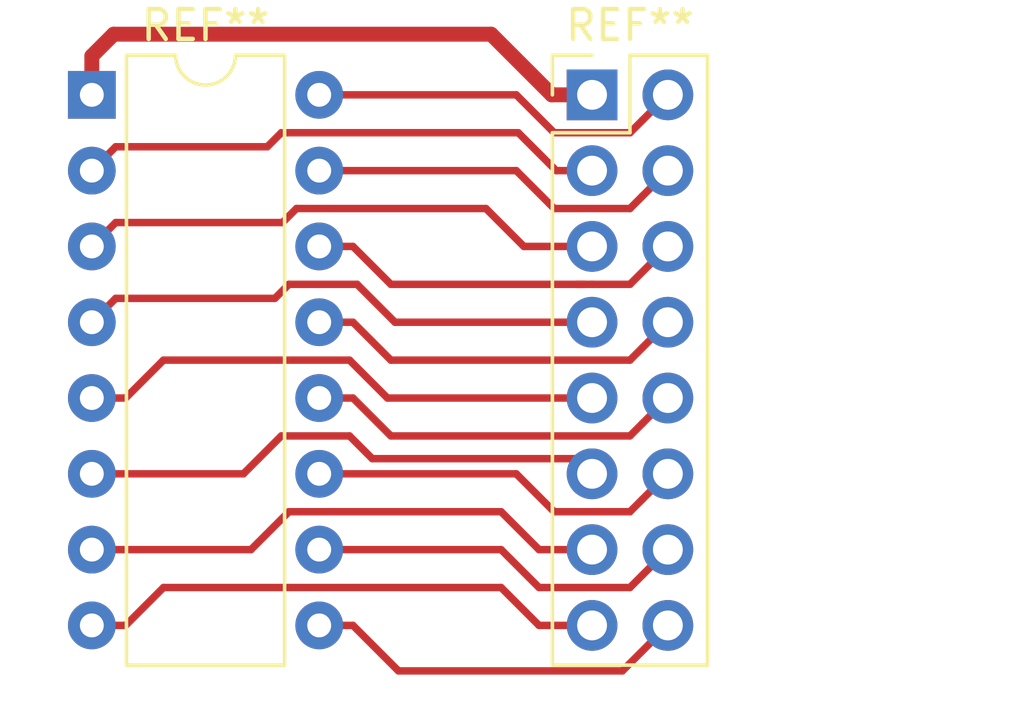
<source format=kicad_pcb>
(kicad_pcb (version 20171130) (host pcbnew 5.0.2+dfsg1-1~bpo9+1)

  (general
    (thickness 1.6)
    (drawings 0)
    (tracks 85)
    (zones 0)
    (modules 2)
    (nets 1)
  )

  (page A4)
  (layers
    (0 F.Cu signal)
    (31 B.Cu signal)
    (32 B.Adhes user)
    (33 F.Adhes user)
    (34 B.Paste user)
    (35 F.Paste user)
    (36 B.SilkS user)
    (37 F.SilkS user)
    (38 B.Mask user)
    (39 F.Mask user)
    (40 Dwgs.User user)
    (41 Cmts.User user)
    (42 Eco1.User user)
    (43 Eco2.User user)
    (44 Edge.Cuts user)
    (45 Margin user)
    (46 B.CrtYd user)
    (47 F.CrtYd user)
    (48 B.Fab user)
    (49 F.Fab user)
  )

  (setup
    (last_trace_width 0.25)
    (user_trace_width 0.5)
    (trace_clearance 0.2)
    (zone_clearance 0.508)
    (zone_45_only no)
    (trace_min 0.2)
    (segment_width 0.2)
    (edge_width 0.15)
    (via_size 0.8)
    (via_drill 0.4)
    (via_min_size 0.4)
    (via_min_drill 0.3)
    (uvia_size 0.3)
    (uvia_drill 0.1)
    (uvias_allowed no)
    (uvia_min_size 0.2)
    (uvia_min_drill 0.1)
    (pcb_text_width 0.3)
    (pcb_text_size 1.5 1.5)
    (mod_edge_width 0.15)
    (mod_text_size 1 1)
    (mod_text_width 0.15)
    (pad_size 1.524 1.524)
    (pad_drill 0.762)
    (pad_to_mask_clearance 0.051)
    (solder_mask_min_width 0.25)
    (aux_axis_origin 0 0)
    (visible_elements FFFFFF7F)
    (pcbplotparams
      (layerselection 0x00000_7fffffff)
      (usegerberextensions false)
      (usegerberattributes false)
      (usegerberadvancedattributes false)
      (creategerberjobfile false)
      (excludeedgelayer true)
      (linewidth 0.150000)
      (plotframeref false)
      (viasonmask false)
      (mode 1)
      (useauxorigin false)
      (hpglpennumber 1)
      (hpglpenspeed 20)
      (hpglpendiameter 15.000000)
      (psnegative false)
      (psa4output false)
      (plotreference true)
      (plotvalue true)
      (plotinvisibletext false)
      (padsonsilk false)
      (subtractmaskfromsilk false)
      (outputformat 1)
      (mirror false)
      (drillshape 0)
      (scaleselection 1)
      (outputdirectory ""))
  )

  (net 0 "")

  (net_class Default "This is the default net class."
    (clearance 0.2)
    (trace_width 0.25)
    (via_dia 0.8)
    (via_drill 0.4)
    (uvia_dia 0.3)
    (uvia_drill 0.1)
  )

  (module Package_DIP:DIP-16_W7.62mm (layer F.Cu) (tedit 5A02E8C5) (tstamp 5C6CC907)
    (at 97.536 73.152)
    (descr "16-lead though-hole mounted DIP package, row spacing 7.62 mm (300 mils)")
    (tags "THT DIP DIL PDIP 2.54mm 7.62mm 300mil")
    (fp_text reference REF** (at 3.81 -2.33) (layer F.SilkS)
      (effects (font (size 1 1) (thickness 0.15)))
    )
    (fp_text value DIP-16_W7.62mm (at 3.81 20.11) (layer F.Fab)
      (effects (font (size 1 1) (thickness 0.15)))
    )
    (fp_text user %R (at 3.81 8.89) (layer F.Fab)
      (effects (font (size 1 1) (thickness 0.15)))
    )
    (fp_line (start 8.7 -1.55) (end -1.1 -1.55) (layer F.CrtYd) (width 0.05))
    (fp_line (start 8.7 19.3) (end 8.7 -1.55) (layer F.CrtYd) (width 0.05))
    (fp_line (start -1.1 19.3) (end 8.7 19.3) (layer F.CrtYd) (width 0.05))
    (fp_line (start -1.1 -1.55) (end -1.1 19.3) (layer F.CrtYd) (width 0.05))
    (fp_line (start 6.46 -1.33) (end 4.81 -1.33) (layer F.SilkS) (width 0.12))
    (fp_line (start 6.46 19.11) (end 6.46 -1.33) (layer F.SilkS) (width 0.12))
    (fp_line (start 1.16 19.11) (end 6.46 19.11) (layer F.SilkS) (width 0.12))
    (fp_line (start 1.16 -1.33) (end 1.16 19.11) (layer F.SilkS) (width 0.12))
    (fp_line (start 2.81 -1.33) (end 1.16 -1.33) (layer F.SilkS) (width 0.12))
    (fp_line (start 0.635 -0.27) (end 1.635 -1.27) (layer F.Fab) (width 0.1))
    (fp_line (start 0.635 19.05) (end 0.635 -0.27) (layer F.Fab) (width 0.1))
    (fp_line (start 6.985 19.05) (end 0.635 19.05) (layer F.Fab) (width 0.1))
    (fp_line (start 6.985 -1.27) (end 6.985 19.05) (layer F.Fab) (width 0.1))
    (fp_line (start 1.635 -1.27) (end 6.985 -1.27) (layer F.Fab) (width 0.1))
    (fp_arc (start 3.81 -1.33) (end 2.81 -1.33) (angle -180) (layer F.SilkS) (width 0.12))
    (pad 16 thru_hole oval (at 7.62 0) (size 1.6 1.6) (drill 0.8) (layers *.Cu *.Mask))
    (pad 8 thru_hole oval (at 0 17.78) (size 1.6 1.6) (drill 0.8) (layers *.Cu *.Mask))
    (pad 15 thru_hole oval (at 7.62 2.54) (size 1.6 1.6) (drill 0.8) (layers *.Cu *.Mask))
    (pad 7 thru_hole oval (at 0 15.24) (size 1.6 1.6) (drill 0.8) (layers *.Cu *.Mask))
    (pad 14 thru_hole oval (at 7.62 5.08) (size 1.6 1.6) (drill 0.8) (layers *.Cu *.Mask))
    (pad 6 thru_hole oval (at 0 12.7) (size 1.6 1.6) (drill 0.8) (layers *.Cu *.Mask))
    (pad 13 thru_hole oval (at 7.62 7.62) (size 1.6 1.6) (drill 0.8) (layers *.Cu *.Mask))
    (pad 5 thru_hole oval (at 0 10.16) (size 1.6 1.6) (drill 0.8) (layers *.Cu *.Mask))
    (pad 12 thru_hole oval (at 7.62 10.16) (size 1.6 1.6) (drill 0.8) (layers *.Cu *.Mask))
    (pad 4 thru_hole oval (at 0 7.62) (size 1.6 1.6) (drill 0.8) (layers *.Cu *.Mask))
    (pad 11 thru_hole oval (at 7.62 12.7) (size 1.6 1.6) (drill 0.8) (layers *.Cu *.Mask))
    (pad 3 thru_hole oval (at 0 5.08) (size 1.6 1.6) (drill 0.8) (layers *.Cu *.Mask))
    (pad 10 thru_hole oval (at 7.62 15.24) (size 1.6 1.6) (drill 0.8) (layers *.Cu *.Mask))
    (pad 2 thru_hole oval (at 0 2.54) (size 1.6 1.6) (drill 0.8) (layers *.Cu *.Mask))
    (pad 9 thru_hole oval (at 7.62 17.78) (size 1.6 1.6) (drill 0.8) (layers *.Cu *.Mask))
    (pad 1 thru_hole rect (at 0 0) (size 1.6 1.6) (drill 0.8) (layers *.Cu *.Mask))
    (model ${KISYS3DMOD}/Package_DIP.3dshapes/DIP-16_W7.62mm.wrl
      (at (xyz 0 0 0))
      (scale (xyz 1 1 1))
      (rotate (xyz 0 0 0))
    )
  )

  (module Connector_PinHeader_2.54mm:PinHeader_2x08_P2.54mm_Vertical (layer F.Cu) (tedit 59FED5CC) (tstamp 5C6CCB05)
    (at 114.3 73.152)
    (descr "Through hole straight pin header, 2x08, 2.54mm pitch, double rows")
    (tags "Through hole pin header THT 2x08 2.54mm double row")
    (fp_text reference REF** (at 1.27 -2.33) (layer F.SilkS)
      (effects (font (size 1 1) (thickness 0.15)))
    )
    (fp_text value PinHeader_2x08_P2.54mm_Vertical (at 1.27 20.11) (layer F.Fab)
      (effects (font (size 1 1) (thickness 0.15)))
    )
    (fp_text user %R (at 1.27 8.89 90) (layer F.Fab)
      (effects (font (size 1 1) (thickness 0.15)))
    )
    (fp_line (start 4.35 -1.8) (end -1.8 -1.8) (layer F.CrtYd) (width 0.05))
    (fp_line (start 4.35 19.55) (end 4.35 -1.8) (layer F.CrtYd) (width 0.05))
    (fp_line (start -1.8 19.55) (end 4.35 19.55) (layer F.CrtYd) (width 0.05))
    (fp_line (start -1.8 -1.8) (end -1.8 19.55) (layer F.CrtYd) (width 0.05))
    (fp_line (start -1.33 -1.33) (end 0 -1.33) (layer F.SilkS) (width 0.12))
    (fp_line (start -1.33 0) (end -1.33 -1.33) (layer F.SilkS) (width 0.12))
    (fp_line (start 1.27 -1.33) (end 3.87 -1.33) (layer F.SilkS) (width 0.12))
    (fp_line (start 1.27 1.27) (end 1.27 -1.33) (layer F.SilkS) (width 0.12))
    (fp_line (start -1.33 1.27) (end 1.27 1.27) (layer F.SilkS) (width 0.12))
    (fp_line (start 3.87 -1.33) (end 3.87 19.11) (layer F.SilkS) (width 0.12))
    (fp_line (start -1.33 1.27) (end -1.33 19.11) (layer F.SilkS) (width 0.12))
    (fp_line (start -1.33 19.11) (end 3.87 19.11) (layer F.SilkS) (width 0.12))
    (fp_line (start -1.27 0) (end 0 -1.27) (layer F.Fab) (width 0.1))
    (fp_line (start -1.27 19.05) (end -1.27 0) (layer F.Fab) (width 0.1))
    (fp_line (start 3.81 19.05) (end -1.27 19.05) (layer F.Fab) (width 0.1))
    (fp_line (start 3.81 -1.27) (end 3.81 19.05) (layer F.Fab) (width 0.1))
    (fp_line (start 0 -1.27) (end 3.81 -1.27) (layer F.Fab) (width 0.1))
    (pad 16 thru_hole oval (at 2.54 17.78) (size 1.7 1.7) (drill 1) (layers *.Cu *.Mask))
    (pad 15 thru_hole oval (at 0 17.78) (size 1.7 1.7) (drill 1) (layers *.Cu *.Mask))
    (pad 14 thru_hole oval (at 2.54 15.24) (size 1.7 1.7) (drill 1) (layers *.Cu *.Mask))
    (pad 13 thru_hole oval (at 0 15.24) (size 1.7 1.7) (drill 1) (layers *.Cu *.Mask))
    (pad 12 thru_hole oval (at 2.54 12.7) (size 1.7 1.7) (drill 1) (layers *.Cu *.Mask))
    (pad 11 thru_hole oval (at 0 12.7) (size 1.7 1.7) (drill 1) (layers *.Cu *.Mask))
    (pad 10 thru_hole oval (at 2.54 10.16) (size 1.7 1.7) (drill 1) (layers *.Cu *.Mask))
    (pad 9 thru_hole oval (at 0 10.16) (size 1.7 1.7) (drill 1) (layers *.Cu *.Mask))
    (pad 8 thru_hole oval (at 2.54 7.62) (size 1.7 1.7) (drill 1) (layers *.Cu *.Mask))
    (pad 7 thru_hole oval (at 0 7.62) (size 1.7 1.7) (drill 1) (layers *.Cu *.Mask))
    (pad 6 thru_hole oval (at 2.54 5.08) (size 1.7 1.7) (drill 1) (layers *.Cu *.Mask))
    (pad 5 thru_hole oval (at 0 5.08) (size 1.7 1.7) (drill 1) (layers *.Cu *.Mask))
    (pad 4 thru_hole oval (at 2.54 2.54) (size 1.7 1.7) (drill 1) (layers *.Cu *.Mask))
    (pad 3 thru_hole oval (at 0 2.54) (size 1.7 1.7) (drill 1) (layers *.Cu *.Mask))
    (pad 2 thru_hole oval (at 2.54 0) (size 1.7 1.7) (drill 1) (layers *.Cu *.Mask))
    (pad 1 thru_hole rect (at 0 0) (size 1.7 1.7) (drill 1) (layers *.Cu *.Mask))
    (model ${KISYS3DMOD}/Connector_PinHeader_2.54mm.3dshapes/PinHeader_2x08_P2.54mm_Vertical.wrl
      (at (xyz 0 0 0))
      (scale (xyz 1 1 1))
      (rotate (xyz 0 0 0))
    )
  )

  (segment (start 97.536 71.852) (end 97.536 73.152) (width 0.5) (layer F.Cu) (net 0))
  (segment (start 112.95 73.152) (end 110.918 71.12) (width 0.5) (layer F.Cu) (net 0))
  (segment (start 110.918 71.12) (end 98.268 71.12) (width 0.5) (layer F.Cu) (net 0))
  (segment (start 114.3 73.152) (end 112.95 73.152) (width 0.5) (layer F.Cu) (net 0))
  (segment (start 98.268 71.12) (end 97.536 71.852) (width 0.5) (layer F.Cu) (net 0))
  (segment (start 116.84 73.152) (end 115.990001 74.001999) (width 0.25) (layer F.Cu) (net 0))
  (segment (start 115.990001 74.001999) (end 115.57 74.422) (width 0.25) (layer F.Cu) (net 0))
  (segment (start 115.57 74.422) (end 113.03 74.422) (width 0.25) (layer F.Cu) (net 0))
  (segment (start 111.76 73.152) (end 113.03 74.422) (width 0.25) (layer F.Cu) (net 0))
  (segment (start 105.156 73.152) (end 111.76 73.152) (width 0.25) (layer F.Cu) (net 0))
  (segment (start 98.335999 74.892001) (end 97.536 75.692) (width 0.25) (layer F.Cu) (net 0))
  (segment (start 103.415999 74.892001) (end 98.335999 74.892001) (width 0.25) (layer F.Cu) (net 0))
  (segment (start 113.097919 75.692) (end 111.827919 74.422) (width 0.25) (layer F.Cu) (net 0))
  (segment (start 114.3 75.692) (end 113.097919 75.692) (width 0.25) (layer F.Cu) (net 0))
  (segment (start 103.886 74.422) (end 103.415999 74.892001) (width 0.25) (layer F.Cu) (net 0))
  (segment (start 111.827919 74.422) (end 103.886 74.422) (width 0.25) (layer F.Cu) (net 0))
  (segment (start 105.156 75.692) (end 111.76 75.692) (width 0.25) (layer F.Cu) (net 0))
  (segment (start 111.76 75.692) (end 113.03 76.962) (width 0.25) (layer F.Cu) (net 0))
  (segment (start 113.03 76.962) (end 115.57 76.962) (width 0.25) (layer F.Cu) (net 0))
  (segment (start 115.990001 76.541999) (end 116.84 75.692) (width 0.25) (layer F.Cu) (net 0))
  (segment (start 115.57 76.962) (end 115.990001 76.541999) (width 0.25) (layer F.Cu) (net 0))
  (segment (start 106.28737 78.232) (end 107.55737 79.502) (width 0.25) (layer F.Cu) (net 0))
  (segment (start 105.156 78.232) (end 106.28737 78.232) (width 0.25) (layer F.Cu) (net 0))
  (segment (start 114.3 79.502) (end 113.792 79.502) (width 0.25) (layer F.Cu) (net 0))
  (segment (start 107.55737 79.502) (end 113.792 79.502) (width 0.25) (layer F.Cu) (net 0))
  (segment (start 116.84 78.232) (end 115.57 79.502) (width 0.25) (layer F.Cu) (net 0))
  (segment (start 113.792 79.502) (end 114.046 79.502) (width 0.25) (layer F.Cu) (net 0))
  (segment (start 115.57 79.502) (end 114.3 79.502) (width 0.25) (layer F.Cu) (net 0))
  (segment (start 115.990001 81.621999) (end 116.84 80.772) (width 0.25) (layer F.Cu) (net 0))
  (segment (start 106.28737 80.772) (end 107.55737 82.042) (width 0.25) (layer F.Cu) (net 0))
  (segment (start 105.156 80.772) (end 106.28737 80.772) (width 0.25) (layer F.Cu) (net 0))
  (segment (start 107.55737 82.042) (end 115.57 82.042) (width 0.25) (layer F.Cu) (net 0))
  (segment (start 115.57 82.042) (end 115.990001 81.621999) (width 0.25) (layer F.Cu) (net 0))
  (segment (start 115.990001 84.161999) (end 116.84 83.312) (width 0.25) (layer F.Cu) (net 0))
  (segment (start 115.57 84.582) (end 115.990001 84.161999) (width 0.25) (layer F.Cu) (net 0))
  (segment (start 105.156 83.312) (end 106.28737 83.312) (width 0.25) (layer F.Cu) (net 0))
  (segment (start 106.28737 83.312) (end 107.55737 84.582) (width 0.25) (layer F.Cu) (net 0))
  (segment (start 107.55737 84.582) (end 115.57 84.582) (width 0.25) (layer F.Cu) (net 0))
  (segment (start 105.156 85.852) (end 111.76 85.852) (width 0.25) (layer F.Cu) (net 0))
  (segment (start 111.76 85.852) (end 113.03 87.122) (width 0.25) (layer F.Cu) (net 0))
  (segment (start 113.03 87.122) (end 115.57 87.122) (width 0.25) (layer F.Cu) (net 0))
  (segment (start 115.990001 86.701999) (end 116.84 85.852) (width 0.25) (layer F.Cu) (net 0))
  (segment (start 115.57 87.122) (end 115.990001 86.701999) (width 0.25) (layer F.Cu) (net 0))
  (segment (start 113.792 85.344) (end 114.3 85.852) (width 0.25) (layer F.Cu) (net 0))
  (segment (start 106.934 85.344) (end 113.792 85.344) (width 0.25) (layer F.Cu) (net 0))
  (segment (start 97.536 85.852) (end 102.616 85.852) (width 0.25) (layer F.Cu) (net 0))
  (segment (start 103.886 84.582) (end 106.172 84.582) (width 0.25) (layer F.Cu) (net 0))
  (segment (start 102.616 85.852) (end 103.886 84.582) (width 0.25) (layer F.Cu) (net 0))
  (segment (start 106.172 84.582) (end 106.934 85.344) (width 0.25) (layer F.Cu) (net 0))
  (segment (start 97.536 88.392) (end 102.87 88.392) (width 0.25) (layer F.Cu) (net 0))
  (segment (start 112.522 88.392) (end 114.3 88.392) (width 0.25) (layer F.Cu) (net 0))
  (segment (start 102.87 88.392) (end 104.14 87.122) (width 0.25) (layer F.Cu) (net 0))
  (segment (start 104.14 87.122) (end 111.252 87.122) (width 0.25) (layer F.Cu) (net 0))
  (segment (start 111.252 87.122) (end 112.522 88.392) (width 0.25) (layer F.Cu) (net 0))
  (segment (start 115.990001 89.241999) (end 116.84 88.392) (width 0.25) (layer F.Cu) (net 0))
  (segment (start 105.156 88.392) (end 111.252 88.392) (width 0.25) (layer F.Cu) (net 0))
  (segment (start 111.252 88.392) (end 112.522 89.662) (width 0.25) (layer F.Cu) (net 0))
  (segment (start 115.57 89.662) (end 115.990001 89.241999) (width 0.25) (layer F.Cu) (net 0))
  (segment (start 112.522 89.662) (end 115.57 89.662) (width 0.25) (layer F.Cu) (net 0))
  (segment (start 112.522 90.932) (end 114.3 90.932) (width 0.25) (layer F.Cu) (net 0))
  (segment (start 97.536 90.932) (end 98.66737 90.932) (width 0.25) (layer F.Cu) (net 0))
  (segment (start 98.66737 90.932) (end 99.93737 89.662) (width 0.25) (layer F.Cu) (net 0))
  (segment (start 99.93737 89.662) (end 111.252 89.662) (width 0.25) (layer F.Cu) (net 0))
  (segment (start 111.252 89.662) (end 112.522 90.932) (width 0.25) (layer F.Cu) (net 0))
  (segment (start 106.28737 90.932) (end 107.81137 92.456) (width 0.25) (layer F.Cu) (net 0))
  (segment (start 105.156 90.932) (end 106.28737 90.932) (width 0.25) (layer F.Cu) (net 0))
  (segment (start 115.316 92.456) (end 116.84 90.932) (width 0.25) (layer F.Cu) (net 0))
  (segment (start 107.81137 92.456) (end 115.316 92.456) (width 0.25) (layer F.Cu) (net 0))
  (segment (start 107.442 83.312) (end 114.3 83.312) (width 0.25) (layer F.Cu) (net 0))
  (segment (start 97.536 83.312) (end 98.66737 83.312) (width 0.25) (layer F.Cu) (net 0))
  (segment (start 98.66737 83.312) (end 99.93737 82.042) (width 0.25) (layer F.Cu) (net 0))
  (segment (start 99.93737 82.042) (end 106.172 82.042) (width 0.25) (layer F.Cu) (net 0))
  (segment (start 106.172 82.042) (end 107.442 83.312) (width 0.25) (layer F.Cu) (net 0))
  (segment (start 107.696 80.772) (end 114.3 80.772) (width 0.25) (layer F.Cu) (net 0))
  (segment (start 97.536 80.772) (end 98.335999 79.972001) (width 0.25) (layer F.Cu) (net 0))
  (segment (start 106.426 79.502) (end 107.696 80.772) (width 0.25) (layer F.Cu) (net 0))
  (segment (start 98.335999 79.972001) (end 103.669999 79.972001) (width 0.25) (layer F.Cu) (net 0))
  (segment (start 103.669999 79.972001) (end 104.14 79.502) (width 0.25) (layer F.Cu) (net 0))
  (segment (start 104.14 79.502) (end 106.426 79.502) (width 0.25) (layer F.Cu) (net 0))
  (segment (start 112.014 78.232) (end 114.3 78.232) (width 0.25) (layer F.Cu) (net 0))
  (segment (start 98.335999 77.432001) (end 103.923999 77.432001) (width 0.25) (layer F.Cu) (net 0))
  (segment (start 97.536 78.232) (end 98.335999 77.432001) (width 0.25) (layer F.Cu) (net 0))
  (segment (start 103.923999 77.432001) (end 104.394 76.962) (width 0.25) (layer F.Cu) (net 0))
  (segment (start 110.744 76.962) (end 112.014 78.232) (width 0.25) (layer F.Cu) (net 0))
  (segment (start 104.394 76.962) (end 110.744 76.962) (width 0.25) (layer F.Cu) (net 0))

)

</source>
